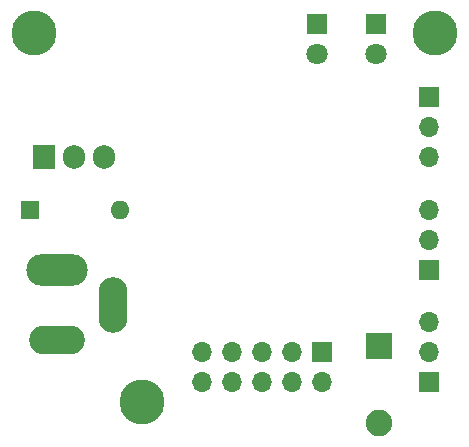
<source format=gbr>
%TF.GenerationSoftware,KiCad,Pcbnew,8.0.5*%
%TF.CreationDate,2024-11-04T19:37:10-07:00*%
%TF.ProjectId,ProjectPCB,50726f6a-6563-4745-9043-422e6b696361,rev?*%
%TF.SameCoordinates,Original*%
%TF.FileFunction,Soldermask,Bot*%
%TF.FilePolarity,Negative*%
%FSLAX46Y46*%
G04 Gerber Fmt 4.6, Leading zero omitted, Abs format (unit mm)*
G04 Created by KiCad (PCBNEW 8.0.5) date 2024-11-04 19:37:10*
%MOMM*%
%LPD*%
G01*
G04 APERTURE LIST*
%ADD10C,3.800000*%
%ADD11O,5.204000X2.704000*%
%ADD12O,4.704000X2.454000*%
%ADD13O,2.454000X4.704000*%
%ADD14R,1.700000X1.700000*%
%ADD15O,1.700000X1.700000*%
%ADD16R,2.250000X2.250000*%
%ADD17C,2.250000*%
%ADD18R,1.600000X1.600000*%
%ADD19O,1.600000X1.600000*%
%ADD20R,1.905000X2.000000*%
%ADD21O,1.905000X2.000000*%
%ADD22R,1.800000X1.800000*%
%ADD23C,1.800000*%
G04 APERTURE END LIST*
D10*
%TO.C,H3*%
X158000000Y-86000000D03*
%TD*%
%TO.C,H2*%
X133200000Y-117200000D03*
%TD*%
%TO.C,H1*%
X124000000Y-86000000D03*
%TD*%
D11*
%TO.C,J5*%
X126000000Y-106000000D03*
D12*
X126000000Y-112000000D03*
D13*
X130700000Y-109000000D03*
%TD*%
D14*
%TO.C,J3*%
X157500000Y-106000000D03*
D15*
X157500000Y-103460000D03*
X157500000Y-100920000D03*
%TD*%
D16*
%TO.C,SW1*%
X153250000Y-112500000D03*
D17*
X153250000Y-119000000D03*
%TD*%
D18*
%TO.C,SW2*%
X123660000Y-101000000D03*
D19*
X131280000Y-101000000D03*
%TD*%
D14*
%TO.C,J1*%
X148375000Y-112975000D03*
D15*
X148375000Y-115515000D03*
X145835000Y-112975000D03*
X145835000Y-115515000D03*
X143295000Y-112975000D03*
X143295000Y-115515000D03*
X140755000Y-112975000D03*
X140755000Y-115515000D03*
X138215000Y-112975000D03*
X138215000Y-115515000D03*
%TD*%
D20*
%TO.C,U2*%
X124920000Y-96500000D03*
D21*
X127460000Y-96500000D03*
X130000000Y-96500000D03*
%TD*%
D14*
%TO.C,J2*%
X157500000Y-115500000D03*
D15*
X157500000Y-112960000D03*
X157500000Y-110420000D03*
%TD*%
D22*
%TO.C,D2*%
X153000000Y-85225000D03*
D23*
X153000000Y-87765000D03*
%TD*%
D22*
%TO.C,D1*%
X148000000Y-85185000D03*
D23*
X148000000Y-87725000D03*
%TD*%
D14*
%TO.C,J4*%
X157500000Y-91420000D03*
D15*
X157500000Y-93960000D03*
X157500000Y-96500000D03*
%TD*%
M02*

</source>
